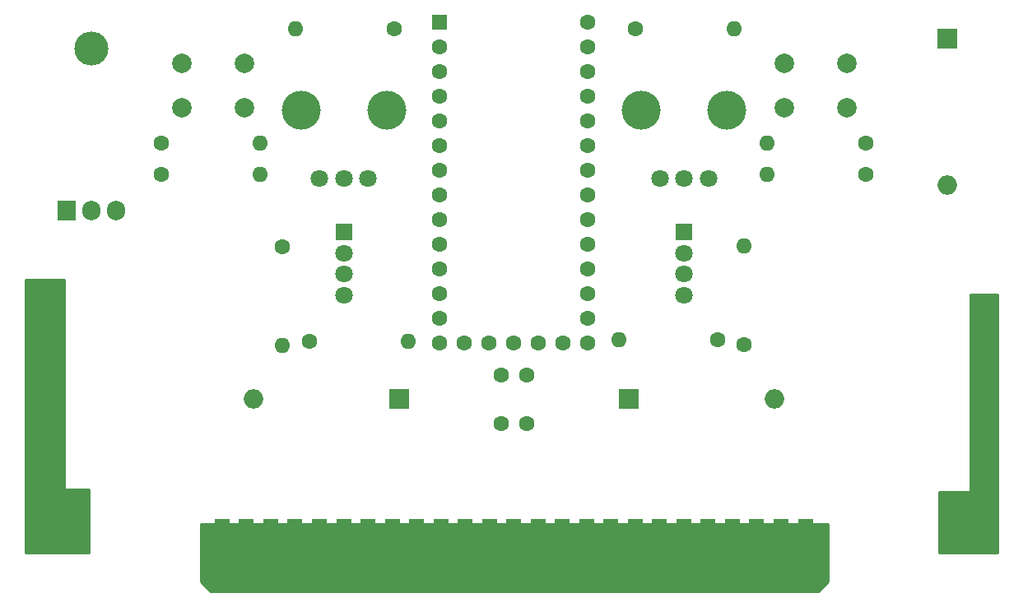
<source format=gbr>
G04 #@! TF.GenerationSoftware,KiCad,Pcbnew,(5.1.7)-1*
G04 #@! TF.CreationDate,2021-02-11T20:21:10-06:00*
G04 #@! TF.ProjectId,ConsolePedalTeensy,436f6e73-6f6c-4655-9065-64616c546565,rev?*
G04 #@! TF.SameCoordinates,Original*
G04 #@! TF.FileFunction,Soldermask,Top*
G04 #@! TF.FilePolarity,Negative*
%FSLAX46Y46*%
G04 Gerber Fmt 4.6, Leading zero omitted, Abs format (unit mm)*
G04 Created by KiCad (PCBNEW (5.1.7)-1) date 2021-02-11 20:21:10*
%MOMM*%
%LPD*%
G01*
G04 APERTURE LIST*
%ADD10R,1.500000X7.000000*%
%ADD11C,5.000000*%
%ADD12R,2.000000X2.000000*%
%ADD13O,2.000000X2.000000*%
%ADD14C,1.600000*%
%ADD15R,1.800000X1.800000*%
%ADD16C,1.800000*%
%ADD17O,1.600000X1.600000*%
%ADD18C,4.000000*%
%ADD19C,2.000000*%
%ADD20R,1.600000X1.600000*%
%ADD21O,3.500000X3.500000*%
%ADD22R,1.905000X2.000000*%
%ADD23O,1.905000X2.000000*%
%ADD24C,0.254000*%
%ADD25C,0.100000*%
G04 APERTURE END LIST*
D10*
G04 #@! TO.C,J1*
X102715000Y-126000000D03*
X105215000Y-126000000D03*
X107715000Y-126000000D03*
X110215000Y-126000000D03*
X112715000Y-126000000D03*
X115215000Y-126000000D03*
X117715000Y-126000000D03*
X120215000Y-126000000D03*
X122715000Y-126000000D03*
X125215000Y-126000000D03*
X127715000Y-126000000D03*
X130215000Y-126000000D03*
X132715000Y-126000000D03*
X135215000Y-126000000D03*
X137715000Y-126000000D03*
X140215000Y-126000000D03*
X142715000Y-126000000D03*
X145215000Y-126000000D03*
X147715000Y-126000000D03*
X150215000Y-126000000D03*
X152715000Y-126000000D03*
X155215000Y-126000000D03*
X157715000Y-126000000D03*
X160215000Y-126000000D03*
X162715000Y-126000000D03*
G04 #@! TD*
D11*
G04 #@! TO.C,H1*
X85350000Y-122600000D03*
G04 #@! TD*
G04 #@! TO.C,H2*
X180150000Y-122600000D03*
G04 #@! TD*
D12*
G04 #@! TO.C,C1*
X144526000Y-110236000D03*
D13*
X159526000Y-110236000D03*
G04 #@! TD*
D14*
G04 #@! TO.C,C2*
X134029500Y-112776000D03*
X134029500Y-107776000D03*
G04 #@! TD*
D12*
G04 #@! TO.C,C3*
X120904000Y-110236000D03*
D13*
X105904000Y-110236000D03*
G04 #@! TD*
G04 #@! TO.C,C4*
X177292000Y-88152000D03*
D12*
X177292000Y-73152000D03*
G04 #@! TD*
D14*
G04 #@! TO.C,C5*
X131464000Y-112759500D03*
X131464000Y-107759500D03*
G04 #@! TD*
D15*
G04 #@! TO.C,D3*
X115250000Y-93031500D03*
D16*
X115250000Y-95190500D03*
X115250000Y-97349500D03*
X115250000Y-99508500D03*
G04 #@! TD*
G04 #@! TO.C,D4*
X150250000Y-99508500D03*
X150250000Y-97349500D03*
X150250000Y-95190500D03*
D15*
X150250000Y-93031500D03*
G04 #@! TD*
D14*
G04 #@! TO.C,R1*
X120396000Y-72136000D03*
D17*
X110236000Y-72136000D03*
G04 #@! TD*
G04 #@! TO.C,R2*
X108902500Y-104711500D03*
D14*
X108902500Y-94551500D03*
G04 #@! TD*
G04 #@! TO.C,R4*
X111696500Y-104267000D03*
D17*
X121856500Y-104267000D03*
G04 #@! TD*
G04 #@! TO.C,R5*
X155384500Y-72136000D03*
D14*
X145224500Y-72136000D03*
G04 #@! TD*
G04 #@! TO.C,R6*
X156400500Y-104584500D03*
D17*
X156400500Y-94424500D03*
G04 #@! TD*
G04 #@! TO.C,R7*
X143510000Y-104140000D03*
D14*
X153670000Y-104140000D03*
G04 #@! TD*
G04 #@! TO.C,R8*
X96456500Y-83883500D03*
D17*
X106616500Y-83883500D03*
G04 #@! TD*
G04 #@! TO.C,R9*
X158813500Y-83883500D03*
D14*
X168973500Y-83883500D03*
G04 #@! TD*
G04 #@! TO.C,R10*
X168973500Y-87122000D03*
D17*
X158813500Y-87122000D03*
G04 #@! TD*
G04 #@! TO.C,R11*
X106616500Y-87122000D03*
D14*
X96456500Y-87122000D03*
G04 #@! TD*
D16*
G04 #@! TO.C,RV1*
X112750000Y-87500000D03*
X115250000Y-87500000D03*
X117750000Y-87500000D03*
D18*
X110850000Y-80500000D03*
X119650000Y-80500000D03*
G04 #@! TD*
G04 #@! TO.C,RV2*
X154650000Y-80500000D03*
X145850000Y-80500000D03*
D16*
X152750000Y-87500000D03*
X150250000Y-87500000D03*
X147750000Y-87500000D03*
G04 #@! TD*
D19*
G04 #@! TO.C,SW1*
X98552000Y-80192000D03*
X98552000Y-75692000D03*
X105052000Y-80192000D03*
X105052000Y-75692000D03*
G04 #@! TD*
G04 #@! TO.C,SW2*
X167028000Y-75692000D03*
X167028000Y-80192000D03*
X160528000Y-75692000D03*
X160528000Y-80192000D03*
G04 #@! TD*
D14*
G04 #@! TO.C,U1*
X132715000Y-104457500D03*
X135255000Y-104457500D03*
X137795000Y-104457500D03*
X140335000Y-104457500D03*
X130175000Y-104457500D03*
X127635000Y-104457500D03*
X125095000Y-104457500D03*
X140335000Y-101917500D03*
X140335000Y-99377500D03*
X140335000Y-96837500D03*
X140335000Y-94297500D03*
X140335000Y-91757500D03*
X140335000Y-89217500D03*
X140335000Y-86677500D03*
X140335000Y-84137500D03*
X140335000Y-81597500D03*
X140335000Y-79057500D03*
X140335000Y-76517500D03*
X140335000Y-73977500D03*
X140335000Y-71437500D03*
X125095000Y-101917500D03*
X125095000Y-99377500D03*
X125095000Y-96837500D03*
X125095000Y-94297500D03*
X125095000Y-91757500D03*
X125095000Y-89217500D03*
X125095000Y-86677500D03*
X125095000Y-84137500D03*
X125095000Y-81597500D03*
X125095000Y-79057500D03*
X125095000Y-76517500D03*
X125095000Y-73977500D03*
D20*
X125095000Y-71437500D03*
G04 #@! TD*
D21*
G04 #@! TO.C,U2*
X89281000Y-74145000D03*
D22*
X86741000Y-90805000D03*
D23*
X89281000Y-90805000D03*
X91821000Y-90805000D03*
G04 #@! TD*
D24*
X165000000Y-129000000D02*
X164000000Y-130000000D01*
X101500000Y-130000000D01*
X100500000Y-129000000D01*
X100500000Y-123063000D01*
X165000000Y-123063000D01*
X165000000Y-129000000D01*
D25*
G36*
X165000000Y-129000000D02*
G01*
X164000000Y-130000000D01*
X101500000Y-130000000D01*
X100500000Y-129000000D01*
X100500000Y-123063000D01*
X165000000Y-123063000D01*
X165000000Y-129000000D01*
G37*
D24*
X86487000Y-119380000D02*
X86489440Y-119404776D01*
X86496667Y-119428601D01*
X86508403Y-119450557D01*
X86524197Y-119469803D01*
X86543443Y-119485597D01*
X86565399Y-119497333D01*
X86589224Y-119504560D01*
X86614000Y-119507000D01*
X89000000Y-119507000D01*
X89000000Y-126000000D01*
X82500000Y-126000000D01*
X82500000Y-97917000D01*
X86487000Y-97917000D01*
X86487000Y-119380000D01*
D25*
G36*
X86487000Y-119380000D02*
G01*
X86489440Y-119404776D01*
X86496667Y-119428601D01*
X86508403Y-119450557D01*
X86524197Y-119469803D01*
X86543443Y-119485597D01*
X86565399Y-119497333D01*
X86589224Y-119504560D01*
X86614000Y-119507000D01*
X89000000Y-119507000D01*
X89000000Y-126000000D01*
X82500000Y-126000000D01*
X82500000Y-97917000D01*
X86487000Y-97917000D01*
X86487000Y-119380000D01*
G37*
D24*
X182499000Y-126000000D02*
X176500000Y-126000000D01*
X176500000Y-119761000D01*
X179578000Y-119761000D01*
X179602776Y-119758560D01*
X179626601Y-119751333D01*
X179648557Y-119739597D01*
X179667803Y-119723803D01*
X179683597Y-119704557D01*
X179695333Y-119682601D01*
X179702560Y-119658776D01*
X179705000Y-119634000D01*
X179705000Y-99441000D01*
X182499000Y-99441000D01*
X182499000Y-126000000D01*
D25*
G36*
X182499000Y-126000000D02*
G01*
X176500000Y-126000000D01*
X176500000Y-119761000D01*
X179578000Y-119761000D01*
X179602776Y-119758560D01*
X179626601Y-119751333D01*
X179648557Y-119739597D01*
X179667803Y-119723803D01*
X179683597Y-119704557D01*
X179695333Y-119682601D01*
X179702560Y-119658776D01*
X179705000Y-119634000D01*
X179705000Y-99441000D01*
X182499000Y-99441000D01*
X182499000Y-126000000D01*
G37*
M02*

</source>
